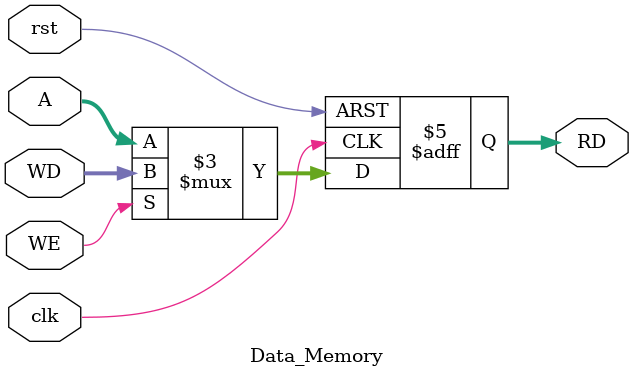
<source format=v>
module Data_Memory # (parameter WIDTH = 32)
    (
  input wire clk, rst,
  input [WIDTH-1:0] A,
  input [WIDTH-1:0] WD,  
  input wire WE,
                                    
  output reg [WIDTH-1:0] RD          
);

always @(posedge clk or posedge rst) begin 
    if(rst) begin
        RD <= 32'd0;
    end else begin
        if (WE) begin
            RD <= WD;               //  Store in the memory sw operation
        end else begin
            RD <= A;                //  Load from the memory lw operation
        end
    end
end

endmodule



</source>
